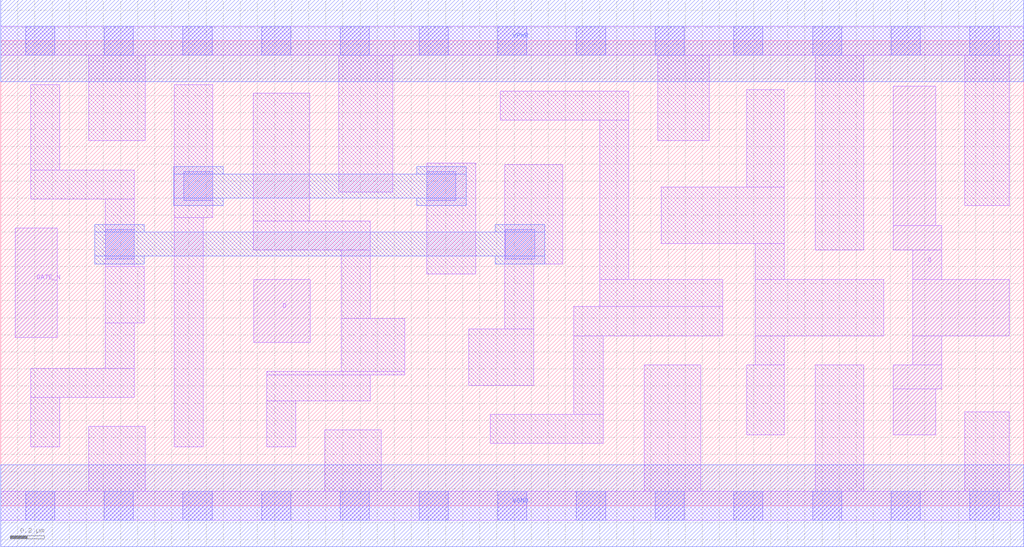
<source format=lef>
# Copyright 2020 The SkyWater PDK Authors
#
# Licensed under the Apache License, Version 2.0 (the "License");
# you may not use this file except in compliance with the License.
# You may obtain a copy of the License at
#
#     https://www.apache.org/licenses/LICENSE-2.0
#
# Unless required by applicable law or agreed to in writing, software
# distributed under the License is distributed on an "AS IS" BASIS,
# WITHOUT WARRANTIES OR CONDITIONS OF ANY KIND, either express or implied.
# See the License for the specific language governing permissions and
# limitations under the License.
#
# SPDX-License-Identifier: Apache-2.0

VERSION 5.7 ;
  NAMESCASESENSITIVE ON ;
  NOWIREEXTENSIONATPIN ON ;
  DIVIDERCHAR "/" ;
  BUSBITCHARS "[]" ;
UNITS
  DATABASE MICRONS 200 ;
END UNITS
MACRO sky130_fd_sc_hd__dlxtn_2
  CLASS CORE ;
  SOURCE USER ;
  FOREIGN sky130_fd_sc_hd__dlxtn_2 ;
  ORIGIN  0.000000  0.000000 ;
  SIZE  5.980000 BY  2.720000 ;
  SYMMETRY X Y R90 ;
  SITE unithd ;
  PIN D
    ANTENNAGATEAREA  0.159000 ;
    DIRECTION INPUT ;
    USE SIGNAL ;
    PORT
      LAYER li1 ;
        RECT 1.480000 0.955000 1.810000 1.325000 ;
    END
  END D
  PIN Q
    ANTENNADIFFAREA  0.445500 ;
    DIRECTION OUTPUT ;
    USE SIGNAL ;
    PORT
      LAYER li1 ;
        RECT 5.215000 0.415000 5.465000 0.685000 ;
        RECT 5.215000 0.685000 5.500000 0.825000 ;
        RECT 5.215000 1.495000 5.500000 1.640000 ;
        RECT 5.215000 1.640000 5.465000 2.455000 ;
        RECT 5.330000 0.825000 5.500000 0.995000 ;
        RECT 5.330000 0.995000 5.895000 1.325000 ;
        RECT 5.330000 1.325000 5.500000 1.495000 ;
    END
  END Q
  PIN GATE_N
    ANTENNAGATEAREA  0.159000 ;
    DIRECTION INPUT ;
    USE CLOCK ;
    PORT
      LAYER li1 ;
        RECT 0.085000 0.985000 0.330000 1.625000 ;
    END
  END GATE_N
  PIN VGND
    DIRECTION INOUT ;
    SHAPE ABUTMENT ;
    USE GROUND ;
    PORT
      LAYER met1 ;
        RECT 0.000000 -0.240000 5.980000 0.240000 ;
    END
  END VGND
  PIN VPWR
    DIRECTION INOUT ;
    SHAPE ABUTMENT ;
    USE POWER ;
    PORT
      LAYER met1 ;
        RECT 0.000000 2.480000 5.980000 2.960000 ;
    END
  END VPWR
  OBS
    LAYER li1 ;
      RECT 0.000000 -0.085000 5.980000 0.085000 ;
      RECT 0.000000  2.635000 5.980000 2.805000 ;
      RECT 0.175000  0.345000 0.345000 0.635000 ;
      RECT 0.175000  0.635000 0.780000 0.805000 ;
      RECT 0.175000  1.795000 0.780000 1.965000 ;
      RECT 0.175000  1.965000 0.345000 2.465000 ;
      RECT 0.515000  0.085000 0.845000 0.465000 ;
      RECT 0.515000  2.135000 0.845000 2.635000 ;
      RECT 0.610000  0.805000 0.780000 1.070000 ;
      RECT 0.610000  1.070000 0.840000 1.400000 ;
      RECT 0.610000  1.400000 0.780000 1.795000 ;
      RECT 1.015000  0.345000 1.185000 1.685000 ;
      RECT 1.015000  1.685000 1.240000 2.465000 ;
      RECT 1.475000  1.495000 2.160000 1.665000 ;
      RECT 1.475000  1.665000 1.805000 2.415000 ;
      RECT 1.555000  0.345000 1.725000 0.615000 ;
      RECT 1.555000  0.615000 2.160000 0.765000 ;
      RECT 1.555000  0.765000 2.360000 0.785000 ;
      RECT 1.895000  0.085000 2.225000 0.445000 ;
      RECT 1.975000  1.835000 2.290000 2.635000 ;
      RECT 1.990000  0.785000 2.360000 1.095000 ;
      RECT 1.990000  1.095000 2.160000 1.495000 ;
      RECT 2.490000  1.355000 2.775000 2.005000 ;
      RECT 2.735000  0.705000 3.115000 1.035000 ;
      RECT 2.860000  0.365000 3.520000 0.535000 ;
      RECT 2.920000  2.255000 3.670000 2.425000 ;
      RECT 2.945000  1.035000 3.115000 1.415000 ;
      RECT 2.945000  1.415000 3.285000 1.995000 ;
      RECT 3.350000  0.535000 3.520000 0.995000 ;
      RECT 3.350000  0.995000 4.220000 1.165000 ;
      RECT 3.500000  1.165000 4.220000 1.325000 ;
      RECT 3.500000  1.325000 3.670000 2.255000 ;
      RECT 3.760000  0.085000 4.090000 0.825000 ;
      RECT 3.840000  2.135000 4.140000 2.635000 ;
      RECT 3.860000  1.535000 4.580000 1.865000 ;
      RECT 4.360000  0.415000 4.580000 0.825000 ;
      RECT 4.360000  1.865000 4.580000 2.435000 ;
      RECT 4.410000  0.825000 4.580000 0.995000 ;
      RECT 4.410000  0.995000 5.160000 1.325000 ;
      RECT 4.410000  1.325000 4.580000 1.535000 ;
      RECT 4.760000  0.085000 5.045000 0.825000 ;
      RECT 4.760000  1.495000 5.045000 2.635000 ;
      RECT 5.635000  0.085000 5.895000 0.550000 ;
      RECT 5.635000  1.755000 5.895000 2.635000 ;
    LAYER mcon ;
      RECT 0.145000 -0.085000 0.315000 0.085000 ;
      RECT 0.145000  2.635000 0.315000 2.805000 ;
      RECT 0.605000 -0.085000 0.775000 0.085000 ;
      RECT 0.605000  2.635000 0.775000 2.805000 ;
      RECT 0.610000  1.445000 0.780000 1.615000 ;
      RECT 1.065000 -0.085000 1.235000 0.085000 ;
      RECT 1.065000  2.635000 1.235000 2.805000 ;
      RECT 1.070000  1.785000 1.240000 1.955000 ;
      RECT 1.525000 -0.085000 1.695000 0.085000 ;
      RECT 1.525000  2.635000 1.695000 2.805000 ;
      RECT 1.985000 -0.085000 2.155000 0.085000 ;
      RECT 1.985000  2.635000 2.155000 2.805000 ;
      RECT 2.445000 -0.085000 2.615000 0.085000 ;
      RECT 2.445000  2.635000 2.615000 2.805000 ;
      RECT 2.490000  1.785000 2.660000 1.955000 ;
      RECT 2.905000 -0.085000 3.075000 0.085000 ;
      RECT 2.905000  2.635000 3.075000 2.805000 ;
      RECT 2.950000  1.445000 3.120000 1.615000 ;
      RECT 3.365000 -0.085000 3.535000 0.085000 ;
      RECT 3.365000  2.635000 3.535000 2.805000 ;
      RECT 3.825000 -0.085000 3.995000 0.085000 ;
      RECT 3.825000  2.635000 3.995000 2.805000 ;
      RECT 4.285000 -0.085000 4.455000 0.085000 ;
      RECT 4.285000  2.635000 4.455000 2.805000 ;
      RECT 4.745000 -0.085000 4.915000 0.085000 ;
      RECT 4.745000  2.635000 4.915000 2.805000 ;
      RECT 5.205000 -0.085000 5.375000 0.085000 ;
      RECT 5.205000  2.635000 5.375000 2.805000 ;
      RECT 5.665000 -0.085000 5.835000 0.085000 ;
      RECT 5.665000  2.635000 5.835000 2.805000 ;
    LAYER met1 ;
      RECT 0.550000 1.415000 0.840000 1.460000 ;
      RECT 0.550000 1.460000 3.180000 1.600000 ;
      RECT 0.550000 1.600000 0.840000 1.645000 ;
      RECT 1.010000 1.755000 1.300000 1.800000 ;
      RECT 1.010000 1.800000 2.720000 1.940000 ;
      RECT 1.010000 1.940000 1.300000 1.985000 ;
      RECT 2.430000 1.755000 2.720000 1.800000 ;
      RECT 2.430000 1.940000 2.720000 1.985000 ;
      RECT 2.890000 1.415000 3.180000 1.460000 ;
      RECT 2.890000 1.600000 3.180000 1.645000 ;
  END
END sky130_fd_sc_hd__dlxtn_2
END LIBRARY

</source>
